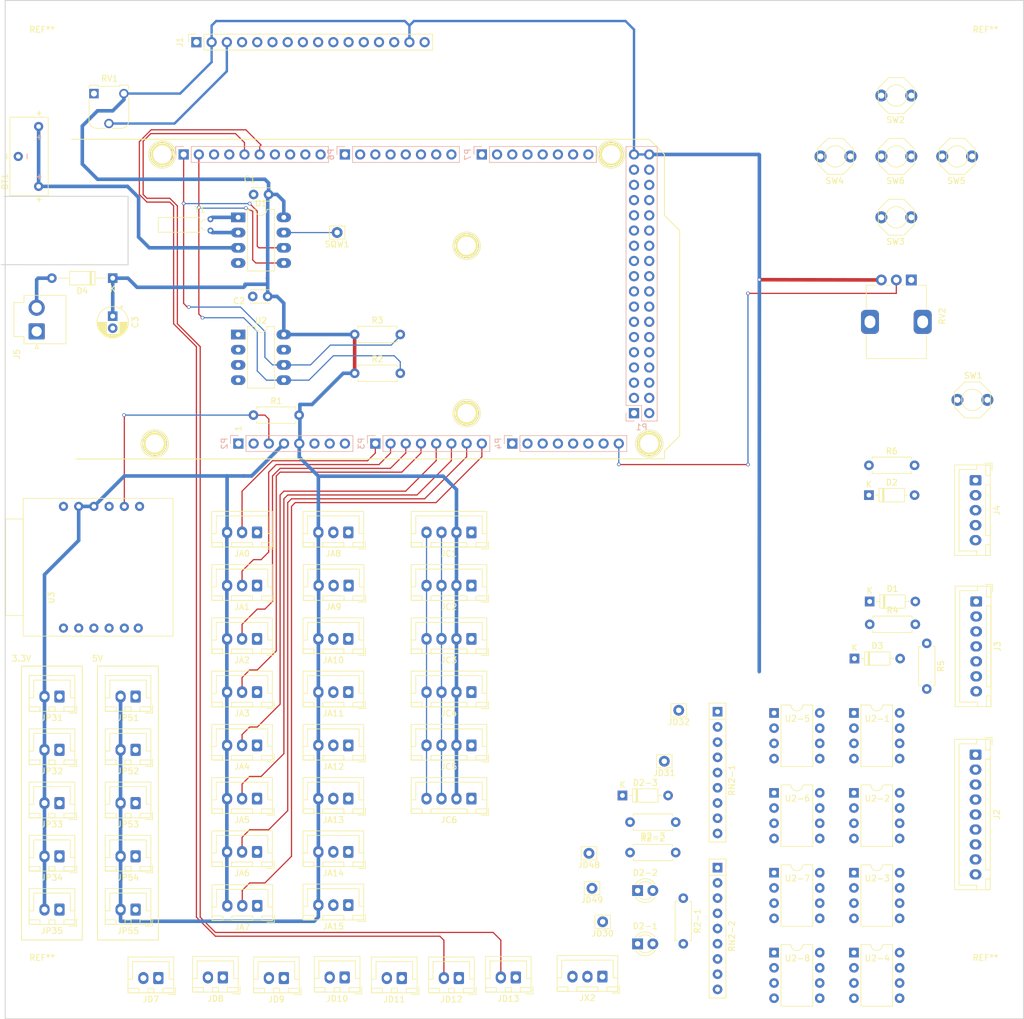
<source format=kicad_pcb>
(kicad_pcb (version 20211014) (generator pcbnew)
  (title_block (date "mar. 31 mars 2015"))
  (layers (0 "F.Cu" signal) (31 "B.Cu" signal) (34 "B.Paste" user) (35 "F.Paste" user) (36 "B.SilkS" user "B.Silkscreen") (37 "F.SilkS" user "F.Silkscreen") (38 "B.Mask" user) (39 "F.Mask" user) (44 "Edge.Cuts" user))
  (net 0 "")
  (net 1 "Net-(D1-Pad2)")
  (net 2 "/52(SCK)")
  (net 3 "/53(SS)")
  (net 4 "/50(MISO)")
  (net 5 "/51(MOSI)")
  (net 6 "/48")
  (net 7 "/49")
  (net 8 "/46")
  (net 9 "/47")
  (net 10 "/44")
  (net 11 "/45")
  (net 12 "/42")
  (net 13 "/43")
  (net 14 "/40")
  (net 15 "/41")
  (net 16 "/38")
  (net 17 "/39")
  (net 18 "/36")
  (net 19 "/37")
  (net 20 "/34")
  (net 21 "/35")
  (net 22 "/32")
  (net 23 "/33")
  (net 24 "/30")
  (net 25 "/31")
  (net 26 "/28")
  (net 27 "/29")
  (net 28 "/26")
  (net 29 "/27")
  (net 30 "/24")
  (net 31 "/25")
  (net 32 "/22")
  (net 33 "/23")
  (net 34 "+5V")
  (net 35 "/IOREF")
  (net 36 "/Reset")
  (net 37 "/Vin")
  (net 38 "/A0")
  (net 39 "/A1")
  (net 40 "/A2")
  (net 41 "/A3")
  (net 42 "/A4")
  (net 43 "/A5")
  (net 44 "/A6")
  (net 45 "/A7")
  (net 46 "/A8")
  (net 47 "/A9")
  (net 48 "/A10")
  (net 49 "/A11")
  (net 50 "/A12")
  (net 51 "/A13")
  (net 52 "/A14")
  (net 53 "/A15")
  (net 54 "Net-(D2-Pad2)")
  (net 55 "Net-(D3-Pad2)")
  (net 56 "/AREF")
  (net 57 "/13(**)")
  (net 58 "/12(**)")
  (net 59 "/11(**)")
  (net 60 "/10(**)")
  (net 61 "/9(**)")
  (net 62 "/8(**)")
  (net 63 "/7(**)")
  (net 64 "/6(**)")
  (net 65 "/5(**)")
  (net 66 "/4(**)")
  (net 67 "/3(**)")
  (net 68 "/2(**)")
  (net 69 "/20(SDA)")
  (net 70 "/21(SCL)")
  (net 71 "Net-(D4-Pad2)")
  (net 72 "SDA")
  (net 73 "/V0")
  (net 74 "SCL")
  (net 78 "+3V3")
  (net 81 "/14(Tx3)")
  (net 82 "/15(Rx3)")
  (net 83 "/16(Tx2)")
  (net 84 "/17(Rx2)")
  (net 85 "/18(Tx1)")
  (net 86 "/19(Rx1)")
  (net 91 "Net-(SQW1-Pad1)")
  (net 92 "Net-(U1-Pad1)")
  (net 93 "Net-(U1-Pad2)")
  (net 94 "Net-(BT1-Pad1)")
  (net 97 "Net-(D2-1-Pad2)")
  (net 98 "Net-(D2-2-Pad2)")
  (net 99 "Net-(D2-3-Pad2)")
  (net 100 "/Relay Manual Switch/OUTPUT1")
  (net 101 "/Relay Manual Switch/OUTPUT2")
  (net 102 "/Relay Manual Switch/OUTPUT3")
  (net 103 "/Relay Manual Switch/OUTPUT4")
  (net 104 "/Relay Manual Switch/OUTPUT5")
  (net 105 "/Relay Manual Switch/OUTPUT6")
  (net 106 "/Relay Manual Switch/OUTPUT7")
  (net 107 "/Relay Manual Switch/OUTPUT8")
  (net 108 "Net-(R2-1-Pad1)")
  (net 109 "Net-(R2-2-Pad1)")
  (net 110 "Net-(RN2-1-Pad2)")
  (net 111 "Net-(RN2-1-Pad3)")
  (net 112 "Net-(RN2-1-Pad4)")
  (net 113 "Net-(RN2-1-Pad5)")
  (net 114 "Net-(RN2-1-Pad6)")
  (net 115 "Net-(RN2-1-Pad7)")
  (net 116 "Net-(RN2-1-Pad8)")
  (net 117 "Net-(RN2-1-Pad9)")
  (net 118 "Net-(RN2-2-Pad2)")
  (net 119 "Net-(RN2-2-Pad3)")
  (net 120 "Net-(RN2-2-Pad4)")
  (net 121 "Net-(RN2-2-Pad5)")
  (net 122 "Net-(RN2-2-Pad6)")
  (net 123 "Net-(RN2-2-Pad7)")
  (net 124 "Net-(RN2-2-Pad8)")
  (net 125 "Net-(RN2-2-Pad9)")
  (net 126 "Net-(SW2-1-Pad1)")
  (net 127 "Net-(SW2-2-Pad1)")
  (net 128 "Net-(SW2-3-Pad1)")
  (net 129 "Net-(SW2-4-Pad1)")
  (net 130 "Net-(SW2-5-Pad1)")
  (net 131 "Net-(SW2-6-Pad1)")
  (net 132 "Net-(SW2-7-Pad1)")
  (net 133 "Net-(SW2-8-Pad1)")
  (net 134 "GND")
  (footprint "Socket_Arduino_Mega:Arduino_1pin" (layer "F.Cu") (at 114.96 113.97)
    (fp_text reference "P8" hide)
    (fp_text value "CONN_01X01" hide)
  )
  (footprint "Socket_Arduino_Mega:Arduino_1pin" (layer "F.Cu") (at 167.03 108.89)
    (fp_text reference "P9" hide)
    (fp_text value "CONN_01X01" hide)
  )
  (footprint "Socket_Arduino_Mega:Arduino_1pin" (layer "F.Cu") (at 197.51 113.97)
    (fp_text reference "P10" hide)
    (fp_text value "CONN_01X01" hide)
  )
  (footprint "Socket_Arduino_Mega:Arduino_1pin" (layer "F.Cu") (at 116.23 65.71)
    (fp_text reference "P11" hide)
    (fp_text value "CONN_01X01" hide)
  )
  (footprint "Socket_Arduino_Mega:Arduino_1pin" (layer "F.Cu") (at 167.03 80.95)
    (fp_text reference "P12" hide)
    (fp_text value "CONN_01X01" hide)
  )
  (footprint "Socket_Arduino_Mega:Arduino_1pin" (layer "F.Cu") (at 191.16 65.71)
    (fp_text reference "P13" hide)
    (fp_text value "CONN_01X01" hide)
  )
  (footprint "MountingHole:MountingHole_4.3mm_M4" (layer "F.Cu") (at 253.65 50.16)
    (fp_text reference "REF**")
    (fp_text value "MountingHole_4.3mm_M4" hide)
  )
  (footprint "Connector_JST:JST_XH_B3B-XH-A_1x03_P2.50mm_Vertical" (layer "F.Cu") (at 132.04 146.575 180)
    (fp_text reference "JA2")
    (fp_text value "Conn_01x03" hide)
  )
  (footprint "HOLLY:TVDT18-050" (layer "F.Cu") (at 238.76 66.04 180)
    (fp_text reference "SW6")
    (fp_text value "SW_ENTER")
  )
  (footprint "HOLLY:TVDT18-050" (layer "F.Cu") (at 251.46 106.68)
    (fp_text reference "SW1")
    (fp_text value "RESET")
  )
  (footprint "Connector_JST:JST_VH_B2P-VH_1x02_P3.96mm_Vertical" (layer "F.Cu") (at 95.25 95.25 90)
    (fp_text reference "J5")
    (fp_text value "POWER IN")
  )
  (footprint "Connector_JST:JST_XH_B3B-XH-A_1x03_P2.50mm_Vertical" (layer "F.Cu") (at 132.04 155.465 180)
    (fp_text reference "JA3")
    (fp_text value "Conn_01x03" hide)
  )
  (footprint "Connector_JST:JST_XH_B3B-XH-A_1x03_P2.50mm_Vertical" (layer "F.Cu") (at 147.28 191.025 180)
    (fp_text reference "JA15")
    (fp_text value "Conn_01x03" hide)
  )
  (footprint "Diode_THT:D_DO-35_SOD27_P7.62mm_Horizontal" (layer "F.Cu") (at 234.188 122.5804)
    (fp_text reference "D2")
    (fp_text value "1N4148")
  )
  (footprint "HOLLY:TVDT18-050" (layer "F.Cu") (at 238.76 55.88 180)
    (fp_text reference "SW2")
    (fp_text value "SW_A")
  )
  (footprint "Akizuki:CH74-2032LF" (layer "F.Cu") (at 93.98 66.04 90)
    (fp_text reference "BT1")
    (fp_text value "CR2032")
  )
  (footprint "Resistor_THT:R_Axial_DIN0207_L6.3mm_D2.5mm_P7.62mm_Horizontal" (layer "F.Cu") (at 203.2 189.865 -90)
    (fp_text reference "R2-1")
    (fp_text value "510")
  )
  (footprint "Connector_JST:JST_XH_B2B-XH-A_1x02_P2.50mm_Vertical" (layer "F.Cu") (at 99.06 173.99 180)
    (fp_text reference "JP33")
    (fp_text value "Conn_01x02" hide)
  )
  (footprint "Connector_JST:JST_XH_B5B-XH-A_1x05_P2.50mm_Vertical" (layer "F.Cu") (at 251.985 120.095 -90)
    (fp_text reference "J4")
    (fp_text value "GPS")
  )
  (footprint "Connector_JST:JST_XH_B3B-XH-A_1x03_P2.50mm_Vertical" (layer "F.Cu") (at 189.698 202.963 180)
    (fp_text reference "JX2")
    (fp_text value "Conn_01x03" hide)
  )
  (footprint "Resistor_THT:R_Array_SIP9" (layer "F.Cu") (at 208.915 184.77 -90)
    (fp_text reference "RN2-2")
    (fp_text value "2.2k")
  )
  (footprint "Connector_JST:JST_XH_B4B-XH-A_1x04_P2.50mm_Vertical" (layer "F.Cu") (at 167.834 164.355 180)
    (fp_text reference "JC5")
    (fp_text value "Conn_01x04" hide)
  )
  (footprint "HOLLY:TVDT18-050" (layer "F.Cu") (at 248.92 66.04 180)
    (fp_text reference "SW5")
    (fp_text value "SW_D")
  )
  (footprint "Connector_JST:JST_XH_B2B-XH-A_1x02_P2.50mm_Vertical" (layer "F.Cu") (at 111.76 182.88 180)
    (fp_text reference "JP54")
    (fp_text value "Conn_01x02" hide)
  )
  (footprint "Akizuki:TLP222A-2" (layer "F.Cu") (at 222.25 162.56)
    (fp_text reference "U2-5")
    (fp_text value "TLP222G-2")
  )
  (footprint "Resistor_THT:R_Axial_DIN0207_L6.3mm_D2.5mm_P7.62mm_Horizontal" (layer "F.Cu") (at 194.31 182.245)
    (fp_text reference "R2-2")
    (fp_text value "510")
  )
  (footprint "Resistor_THT:R_Axial_DIN0207_L6.3mm_D2.5mm_P7.62mm_Horizontal" (layer "F.Cu") (at 148.336 102.235)
    (fp_text reference "R2")
    (fp_text value "10k")
  )
  (footprint "Resistor_THT:R_Axial_DIN0207_L6.3mm_D2.5mm_P7.62mm_Horizontal" (layer "F.Cu") (at 234.188 117.602)
    (fp_text reference "R6")
    (fp_text value "10k")
  )
  (footprint "Akizuki:TLP222A-2" (layer "F.Cu") (at 222.25 189.23)
    (fp_text reference "U2-7")
    (fp_text value "TLP222G-2")
  )
  (footprint "Connector_JST:JST_XH_B2B-XH-A_1x02_P2.50mm_Vertical" (layer "F.Cu") (at 126.345 203.09 180)
    (fp_text reference "JD8")
    (fp_text value "Conn_01x02" hide)
  )
  (footprint "Connector_JST:JST_XH_B4B-XH-A_1x04_P2.50mm_Vertical" (layer "F.Cu") (at 167.834 128.795 180)
    (fp_text reference "JC1")
    (fp_text value "Conn_01x04" hide)
  )
  (footprint "Connector_JST:JST_XH_B2B-XH-A_1x02_P2.50mm_Vertical" (layer "F.Cu") (at 146.665 203.09 180)
    (fp_text reference "JD10")
    (fp_text value "Conn_01x02" hide)
  )
  (footprint "Resistor_THT:R_Axial_DIN0207_L6.3mm_D2.5mm_P7.62mm_Horizontal" (layer "F.Cu") (at 131.445 109.22)
    (fp_text reference "R1")
    (fp_text value "10k")
  )
  (footprint "Connector_JST:JST_XH_B3B-XH-A_1x03_P2.50mm_Vertical" (layer "F.Cu") (at 147.28 182.135 180)
    (fp_text reference "JA14")
    (fp_text value "Conn_01x03" hide)
  )
  (footprint "Resistor_THT:R_Axial_DIN0207_L6.3mm_D2.5mm_P7.62mm_Horizontal" (layer "F.Cu") (at 148.336 95.758)
    (fp_text reference "R3")
    (fp_text value "10k")
  )
  (footprint "MountingHole:MountingHole_4.3mm_M4" (layer "F.Cu") (at 96.17 50.16)
    (fp_text reference "REF**")
    (fp_text value "MountingHole_4.3mm_M4" hide)
  )
  (footprint "Connector_JST:JST_XH_B2B-XH-A_1x02_P2.50mm_Vertical" (layer "F.Cu") (at 136.525 203.2 180)
    (fp_text reference "JD9")
    (fp_text value "Conn_01x02" hide)
  )
  (footprint "Connector_JST:JST_XH_B3B-XH-A_1x03_P2.50mm_Vertical" (layer "F.Cu") (at 147.32 137.685 180)
    (fp_text reference "JA9")
    (fp_text value "Conn_01x03" hide)
  )
  (footprint "Akizuki:TLP222A-2" (layer "F.Cu") (at 222.25 202.565)
    (fp_text reference "U2-8")
    (fp_text value "TLP222G-2")
  )
  (footprint "Resistor_THT:R_Axial_DIN0207_L6.3mm_D2.5mm_P7.62mm_Horizontal" (layer "F.Cu") (at 234.315 144.145)
    (fp_text reference "R4")
    (fp_text value "10k")
  )
  (footprint "Akizuki:TLP222A-2" (layer "F.Cu") (at 235.585 202.565)
    (fp_text reference "U2-4")
    (fp_text value "TLP222G-2")
  )
  (footprint "MountingHole:MountingHole_4.3mm_M4" (layer "F.Cu") (at 253.65 205.1)
    (fp_text reference "REF**")
    (fp_text value "MountingHole_4.3mm_M4" hide)
  )
  (footprint "Capacitor_THT:CP_Radial_D5.0mm_P2.00mm" (layer "F.Cu") (at 107.95 92.71 -90)
    (fp_text reference "C3")
    (fp_text value "100u/25V")
  )
  (footprint "Akizuki:TLP222A-2" (layer "F.Cu") (at 235.585 175.895)
    (fp_text reference "U2-2")
    (fp_text value "TLP222G-2")
  )
  (footprint "Connector_JST:JST_XH_B7B-XH-A_1x07_P2.50mm_Vertical" (layer "F.Cu") (at 252.095 140.335 -90)
    (fp_text reference "J3")
    (fp_text value "iM920")
  )
  (footprint "Capacitor_THT:C_Disc_D3.0mm_W2.0mm_P2.50mm" (layer "F.Cu") (at 131.318 89.408)
    (fp_text reference "C2")
    (fp_text value "0.1uF")
  )
  (footprint "Connector_JST:JST_XH_B3B-XH-A_1x03_P2.50mm_Vertical" (layer "F.Cu") (at 147.28 128.795 180)
    (fp_text reference "JA8")
    (fp_text value "Conn_01x03" hide)
  )
  (footprint "Connector_JST:JST_XH_B3B-XH-A_1x03_P2.50mm_Vertical" (layer "F.Cu") (at 132.04 128.795 180)
    (fp_text reference "JA0")
    (fp_text value "Conn_01x03" hide)
  )
  (footprint "Connector_JST:JST_XH_B2B-XH-A_1x02_P2.50mm_Vertical" (layer "F.Cu") (at 99.06 165.1 180)
    (fp_text reference "JP32")
    (fp_text value "Conn_01x02" hide)
  )
  (footprint "Connector_JST:JST_XH_B3B-XH-A_1x03_P2.50mm_Vertical" (layer "F.Cu") (at 132.08 191.135 180)
    (fp_text reference "JA7")
    (fp_text value "Conn_01x03" hide)
  )
  (footprint "Connector_Pin:Pin_D0.9mm_L10.0mm_W2.4mm_FlatFork" (layer "F.Cu") (at 187.96 188.214)
    (fp_text reference "JD49")
    (fp_text value "Conn_01x01" hide)
  )
  (footprint "Connector_JST:JST_XH_B2B-XH-A_1x02_P2.50mm_Vertical" (layer "F.Cu") (at 99.06 182.88 180)
    (fp_text reference "JP34")
    (fp_text value "Conn_01x02" hide)
  )
  (footprint "Diode_THT:D_DO-35_SOD27_P7.62mm_Horizontal" (layer "F.Cu") (at 234.315 140.335)
    (fp_text reference "D1")
    (fp_text value "1N4148")
  )
  (footprint "Akizuki:TLP222A-2" (layer "F.Cu") (at 235.585 189.23)
    (fp_text reference "U2-3")
    (fp_text value "TLP222G-2")
  )
  (footprint "Resistor_THT:R_Axial_DIN0207_L6.3mm_D2.5mm_P7.62mm_Horizontal" (layer "F.Cu") (at 201.93 177.165 180)
    (fp_text reference "R2-3")
    (fp_text value "510")
  )
  (footprint "Connector_JST:JST_XH_B2B-XH-A_1x02_P2.50mm_Vertical" (layer "F.Cu") (at 165.735 203.2 180)
    (fp_text reference "JD12")
    (fp_text value "Conn_01x02" hide)
  )
  (footprint "Crystal:Crystal_C26-LF_D2.1mm_L6.5mm_Horizontal" (layer "F.Cu") (at 124.265 76.52 -90)
    (fp_text reference "Y1")
    (fp_text value "32.768kHz")
  )
  (footprint "Connector_PinSocket_2.54mm:PinSocket_1x16_P2.54mm_Vertical" (layer "F.Cu") (at 121.92 46.965 90)
    (fp_text reference "J1")
    (fp_text value "LCD 2004")
  )
  (footprint "Connector_JST:JST_XH_B3B-XH-A_1x03_P2.50mm_Vertical" (layer "F.Cu") (at 132.04 164.355 180)
    (fp_text reference "JA4")
    (fp_text value "Conn_01x03" hide)
  )
  (footprint "Connector_JST:JST_XH_B4B-XH-A_1x04_P2.50mm_Vertical" (layer "F.Cu") (at 167.834 146.575 180)
    (fp_text reference "JC3")
    (fp_text value "Conn_01x04" hide)
  )
  (footprint "Connector_Pin:Pin_D0.9mm_L10.0mm_W2.4mm_FlatFork" (layer "F.Cu") (at 189.738 193.802)
    (fp_text reference "JD30")
    (fp_text value "Conn_01x01" hide)
  )
  (footprint "LED_THT:LED_D3.0mm" (layer "F.Cu") (at 195.575 197.485)
    (fp_text reference "D2-1")
    (fp_text value "LED")
  )
  (footprint "Diode_THT:D_DO-35_SOD27_P10.16mm_Horizontal" (layer "F.Cu") (at 107.95 86.36 180)
    (fp_text reference "D4")
    (fp_text value "D")
  )
  (footprint "NIC:W5500" (layer "F.Cu") (at 118.015 134.62 90)
    (fp_text reference "U3")
    (fp_text value "W5500")
  )
  (footprint "MountingHole:MountingHole_4.3mm_M4" (layer "F.Cu") (at 96.17 205.1)
    (fp_text reference "REF**")
    (fp_text value "MountingHole_4.3mm_M4" hide)
  )
  (footprint "Potentiometer_THT:Potentiometer_Runtron_RM-065_Vertical" (layer "F.Cu") (at 104.815 55.545)
    (fp_text reference "RV1")
    (fp_text value "B10k")
  )
  (footprint "Connector_Pin:Pin_D0.9mm_L10.0mm_W2.4mm_FlatFork" (layer "F.Cu") (at 187.452 182.372)
    (fp_text reference "JD48")
    (fp_text value "Conn_01x01" hide)
  )
  (footprint "Potentiometer_THT:Potentiometer_Alps_RK09K_Single_Vertical" (layer "F.Cu") (at 241.26 86.66 -90)
    (fp_text reference "RV2")
    (fp_text value "B10k")
  )
  (footprint "Akizuki:TLP222A-2" (layer "F.Cu") (at 235.585 162.56)
    (fp_text reference "U2-1")
    (fp_text value "TLP222G-2")
  )
  (footprint "Connector_JST:JST_XH_B2B-XH-A_1x02_P2.50mm_Vertical" (layer "F.Cu") (at 111.76 173.99 180)
    (fp_text reference "JP53")
    (fp_text value "Conn_01x02" hide)
  )
  (footprint "Connector_Pin:Pin_D0.9mm_L10.0mm_W2.4mm_FlatFork" (layer "F.Cu") (at 145.415 78.74)
    (fp_text reference "SQW1")
    (fp_text value "Conn_01x01" hide)
  )
  (footprint "Connector_JST:JST_XH_B4B-XH-A_1x04_P2.50mm_Vertical" (layer "F.Cu") (at 167.834 173.245 180)
    (fp_text reference "JC6")
    (fp_text value "Conn_01x04" hide)
  )
  (footprint "Connector_JST:JST_XH_B3B-XH-A_1x03_P2.50mm_Vertical" (layer "F.Cu") (at 132.04 173.245 180)
    (fp_text reference "JA5")
    (fp_text value "Conn_01x03" hide)
  )
  (footprint "Capacitor_THT:C_Disc_D3.0mm_W2.0mm_P2.50mm" (layer "F.Cu") (at 133.965 72.39 180)
    (fp_text reference "C1")
    (fp_text value "0.1uF")
  )
  (footprint "HOLLY:TVDT18-050" (layer "F.Cu") (at 228.6 66.04 180)
    (fp_text reference "SW4")
    (fp_text value "SW_C")
  )
  (footprint "Connector_JST:JST_XH_B2B-XH-A_1x02_P2.50mm_Vertical" (layer "F.Cu") (at 111.76 156.21 180)
    (fp_text reference "JP51")
    (fp_text value "Conn_01x02" hide)
  )
  (footprint "Connector_Pin:Pin_D0.9mm_L10.0mm_W2.4mm_FlatFork" (layer "F.Cu") (at 200.025 167.005)
    (fp_text reference "JD31")
    (fp_text value "Conn_01x01" hide)
  )
  (footprint "Connector_JST:JST_XH_B4B-XH-A_1x04_P2.50mm_Vertical" (layer "F.Cu") (at 167.834 137.685 180)
    (fp_text reference "JC2")
    (fp_text value "Conn_01x04" hide)
  )
  (footprint "Connector_JST:JST_XH_B2B-XH-A_1x02_P2.50mm_Vertical" (layer "F.Cu") (at 111.76 165.1 180)
    (fp_text reference "JP52")
    (fp_text value "Conn_01x02" hide)
  )
  (footprint "Connector_JST:JST_XH_B2B-XH-A_1x02_P2.50mm_Vertical" (layer "F.Cu") (at 99.06 191.77 180)
    (fp_text reference "JP35")
    (fp_text value "Conn_01x02" hide)
  )
  (footprint "Connector_JST:JST_XH_B2B-XH-A_1x02_P2.50mm_Vertical" (layer "F.Cu") (at 156.21 203.2 180)
    (fp_text reference "JD11")
    (fp_text value "Conn_01x02" hide)
  )
  (footprint "Resistor_THT:R_Array_SIP9" (layer "F.Cu") (at 208.915 158.735 -90)
    (fp_text reference "RN2-1")
    (fp_text value "2.2k")
  )
  (footprint "Package_DIP:DIP-8_W7.62mm_LongPads" (layer "F.Cu") (at 128.89 95.768)
    (fp_text reference "U2")
    (fp_text value "24LC256")
  )
  (footprint "Connector_JST:JST_XH_B2B-XH-A_1x02_P2.50mm_Vertical" (layer "F.Cu") (at 115.57 203.2 180)
    (fp_text reference "JD7")
    (fp_text value "Conn_01x02" hide)
  )
  (footprint "Resistor_THT:R_Axial_DIN0207_L6.3mm_D2.5mm_P7.62mm_Horizontal" (layer "F.Cu") (at 243.84 147.32 -90)
    (fp_text reference "R5")
    (fp_text value "10k")
  )
  (footprint "Diode_THT:D_DO-35_SOD27_P7.62mm_Horizontal" (layer "F.Cu") (at 231.775 149.86)
    (fp_text reference "D3")
    (fp_text value "1N4148")
  )
  (footprint "Connector_JST:JST_XH_B2B-XH-A_1x02_P2.50mm_Vertical" (layer "F.Cu") (at 111.76 191.77 180)
    (fp_text reference "JP55")
    (fp_text value "Conn_01x02" hide)
  )
  (footprint "Connector_JST:JST_XH_B3B-XH-A_1x03_P2.50mm_Vertical" (layer "F.Cu") (at 147.28 155.465 180)
    (fp_text reference "JA11")
    (fp_text value "Conn_01x03" hide)
  )
  (footprint "LED_THT:LED_D3.0mm" (layer "F.Cu") (at 195.575 188.595)
    (fp_text reference "D2-2")
    (fp_text value "LED")
  )
  (footprint "Connector_JST:JST_XH_B3B-XH-A_1x03_P2.50mm_Vertical" (layer "F.Cu") (at 132.04 182.135 180)
    (fp_text reference "JA6")
    (fp_text value "Conn_01x03" hide)
  )
  (footprint "Connector_JST:JST_XH_B3B-XH-A_1x03_P2.50mm_Vertical" (layer "F.Cu") (at 147.28 146.575 180)
    (fp_text reference "JA10")
    (fp_text value "Conn_01x03" hide)
  )
  (footprint "Diode_THT:D_DO-35_SOD27_P7.62mm_Horizontal" (layer "F.Cu") (at 193.04 172.72)
    (fp_text reference "D2-3")
    (fp_text value "1N4148")
  )
  (footprint "Package_DIP:DIP-8_W7.62mm_LongPads" (layer "F.Cu") (at 128.89 76.21)
    (fp_text reference "U1")
    (fp_text value "DS1307+")
  )
  (footprint "Connector_Pin:Pin_D0.9mm_L10.0mm_W2.4mm_FlatFork" (layer "F.Cu") (at 202.438 158.496)
    (fp_text reference "JD32")
    (fp_text value "Conn_01x01" hide)
  )
  (footprint "Connector_JST:JST_XH_B3B-XH-A_1x03_P2.50mm_Vertical" (layer "F.Cu") (at 147.28 173.245 180)
    (fp_text reference "JA13")
    (fp_text value "Conn_01x03" hide)
  )
  (footprint "Connector_JST:JST_XH_B9B-XH-A_1x09_P2.50mm_Vertical" (layer "F.Cu") (at 251.985 165.895 -90)
    (fp_text reference "J2")
    (fp_text value "Relay OUT")
  )
  (footprint "Connector_JST:JST_XH_B4B-XH-A_1x04_P2.50mm_Vertical" (layer "F.Cu") (at 167.834 155.465 180)
    (fp_text reference "JC4")
    (fp_text value "Conn_01x04" hide)
  )
  (footprint "Connector_JST:JST_XH_B2B-XH-A_1x02_P2.50mm_Vertical" (layer "F.Cu") (at 175.24 203.09 180)
    (fp_text reference "JD13")
    (fp_text value "Conn_01x02" hide)
  )
  (footprint "Connector_JST:JST_XH_B3B-XH-A_1x03_P2.50mm_Vertical" (layer "F.Cu") (at 147.28 164.355 180)
    (fp_text reference "JA12")
    (fp_text value "Conn_01x03" hide)
  )
  (footprint "Connector_JST:JST_XH_B2B-XH-A_1x02_P2.50mm_Vertical" (layer "F.Cu") (at 99.06 156.21 180)
    (fp_text reference "JP31")
    (fp_text value "Conn_01x02" hide)
  )
  (footprint "Connector_JST:JST_XH_B3B-XH-A_1x03_P2.50mm_Vertical" (layer "F.Cu") (at 132.04 137.685 180)
    (fp_text reference "JA1")
    (fp_text value "Conn_01x03" hide)
  )
  (footprint "HOLLY:TVDT18-050" (layer "F.Cu") (at 238.76 76.2 180)
    (fp_text reference "SW3")
    (fp_text value "SW_B")
  )
  (footprint "Akizuki:TLP222A-2" (layer "F.Cu") (at 222.25 175.895)
    (fp_text reference "U2-6")
    (fp_text value "TLP222G-2")
  )
  (footprint "Connector_PinHeader_2.54mm:PinHeader_2x18_P2.54mm_Vertical" (layer "B.Cu") (at 194.97 108.89)
    (fp_text reference "P1")
    (fp_text value "Digital")
  )
  (footprint "Connector_PinHeader_2.54mm:PinHeader_1x08_P2.54mm_Vertical" (layer "B.Cu") (at 128.93 113.97 -90)
    (fp_text reference "P2")
    (fp_text value "Power")
  )
  (footprint "Connector_PinHeader_2.54mm:PinHeader_1x08_P2.54mm_Vertical" (layer "B.Cu") (at 151.79 113.97 -90)
    (fp_text reference "P3")
    (fp_text value "Analog")
  )
  (footprint "Connector_PinHeader_2.54mm:PinHeader_1x08_P2.54mm_Vertical" (layer "B.Cu") (at 174.65 113.97 -90)
    (fp_text reference "P4")
    (fp_text value "Analog")
  )
  (footprint "Connector_PinHeader_2.54mm:PinHeader_1x10_P2.54mm_Vertical" (layer "B.Cu") (at 119.786 65.71 -90)
    (fp_text reference "P5")
    (fp_text value "PWM")
  )
  (footprint "Connector_PinHeader_2.54mm:PinHeader_1x08_P2.54mm_Vertical" (layer "B.Cu") (at 146.71 65.71 -90)
    (fp_text reference "P6")
    (fp_text value "PWM")
  )
  (footprint "Connector_PinHeader_2.54mm:PinHeader_1x08_P2.54mm_Vertical" (layer "B.Cu") (at 169.57 65.71 -90)
    (fp_text reference "P7")
    (fp_text value "Communication")
  )
  (gr_line (start 200.05 75.87) (end 202.59 78.41) (layer "F.SilkS") (width 0.15))
  (gr_rect (start 105.41 151.13) (end 115.57 196.85) (layer "F.SilkS") (width 0.15) (fill none))
  (gr_line (start 202.59 78.41) (end 202.59 112.7) (layer "F.SilkS") (width 0.15))
  (gr_line (start 200.05 116.51) (end 101.77 116.54) (layer "F.SilkS") (width 0.15))
  (gr_line (start 100.99 63.17) (end 197.51 63.17) (layer "F.SilkS") (width 0.15))
  (gr_rect (start 92.73 151.13) (end 102.87 196.85) (layer "F.SilkS") (width 0.15) (fill none))
  (gr_line (start 202.59 112.7) (end 200.05 115.24) (layer "F.SilkS") (width 0.15))
  (gr_line (start 197.51 63.17) (end 200.05 65.71) (layer "F.SilkS") (width 0.15))
  (gr_line (start 200.05 65.71) (end 200.05 75.87) (layer "F.SilkS") (width 0.15))
  (gr_line (start 200.05 115.24) (end 200.05 116.51) (layer "F.SilkS") (width 0.15))
  (gr_rect (start 90 40) (end 260 210) (layer "Edge.Cuts") (width 0.15) (fill none))
  (gr_line (start 110.515 72.695) (end 110.515 84.125) (layer "Edge.Cuts") (width 0.15))
  (gr_line (start 89.82 72.7) (end 110.515 72.695) (layer "Edge.Cuts") (width 0.15))
  (gr_line (start 110.515 84.125) (end 89.33 84.11) (layer "Edge.Cuts") (width 0.15))
  (gr_text "5V" (at 105.41 149.86) (layer "F.SilkS") (effects (font (size 1 1))))
  (gr_text "3.3V" (at 92.71 149.86) (layer "F.SilkS") (effects (font (size 1 1))))
  (gr_text "1" (at 128.93 111.43 90) (layer "F.SilkS") (effects (font (size 1 1))))
  (segment (start 215.9 86.614) (end 236.26 86.66) (width 0.6) (layer "F.Cu") (net 34))
  (segment (start 148.336 95.758) (end 148.336 102.235) (width 0.6) (layer "F.Cu") (net 34))
  (via (at 215.9 86.614) (size 0.6) (drill 0.4) (layers "F.Cu" "B.Cu") (net 34))
  (segment (start 133.778 87.376) (end 133.818 87.336) (width 0.6) (layer "B.Cu") (net 34))
  (segment (start 142.28 119.42) (end 163.108 119.42) (width 0.6) (layer "B.Cu") (net 34))
  (segment (start 142.28 182.135) (end 142.28 191.025) (width 0.6) (layer "B.Cu") (net 34))
  (segment (start 148.336 102.235) (end 146.431 102.235) (width 0.6) (layer "B.Cu") (net 34))
  (segment (start 142.32 137.685) (end 142.32 146.535) (width 0.6) (layer "B.Cu") (net 34))
  (segment (start 109.26 191.77) (end 109.26 193.715) (width 0.6) (layer "B.Cu") (net 34))
  (segment (start 102.87 60.96) (end 105.41 58.42) (width 0.6) (layer "B.Cu") (net 34))
  (segment (start 133.818 89.408) (end 133.818 87.336) (width 0.6) (layer "B.Cu") (net 34))
  (segment (start 109.26 193.715) (end 141.565 193.715) (width 0.6) (layer "B.Cu") (net 34))
  (segment (start 133.818 86.4) (end 133.818 72.537) (width 0.6) (layer "B.Cu") (net 34))
  (segment (start 133.965 72.39) (end 133.965 70.465) (width 0.6) (layer "B.Cu") (net 34))
  (segment (start 109.26 156.21) (end 109.26 165.1) (width 0.6) (layer "B.Cu") (net 34))
  (segment (start 165.334 155.465) (end 165.334 164.355) (width 0.6) (layer "B.Cu") (net 34))
  (segment (start 157.48 44.196) (end 158.242 43.434) (width 0.4) (layer "B.Cu") (net 34))
  (segment (start 107.95 58.42) (end 109.815 56.555) (width 0.6) (layer "B.Cu") (net 34))
  (segment (start 139.192 113.868) (end 139.09 113.97) (width 0.6) (layer "B.Cu") (net 34))
  (segment (start 125.222 43.434) (end 156.718 43.434) (width 0.4) (layer "B.Cu") (net 34))
  (segment (start 133.35 69.85) (end 105.41 69.85) (width 0.6) (layer "B.Cu") (net 34))
  (segment (start 109.26 182.88) (end 109.26 186.65) (width 0.6) (layer "B.Cu") (net 34))
  (segment (start 133.965 72.39) (end 135.382 72.39) (width 0.6) (layer "B.Cu") (net 34))
  (segment (start 165.334 146.575) (end 165.334 155.465) (width 0.6) (layer "B.Cu") (net 34))
  (segment (start 142.28 119.42) (end 142.28 128.795) (width 0.6) (layer "B.Cu") (net 34))
  (segment (start 194.97 44.856) (end 194.97 65.71) (width 0.4) (layer "B.Cu") (net 34))
  (segment (start 119.207 55.545) (end 124.46 50.292) (width 0.4) (layer "B.Cu") (net 34))
  (segment (start 142.28 128.795) (end 142.28 137.645) (width 0.6) (layer "B.Cu") (net 34))
  (segment (start 142.28 155.465) (end 142.28 164.355) (width 0.6) (layer "B.Cu") (net 34))
  (segment (start 142.28 146.575) (end 142.28 155.465) (width 0.6) (layer "B.Cu") (net 34))
  (segment (start 105.41 58.42) (end 107.95 58.42) (width 0.6) (layer "B.Cu") (net 34))
  (segment (start 139.09 113.97) (end 139.09 116.23) (width 0.6) (layer "B.Cu") (net 34))
  (segment (start 107.95 86.36) (end 107.95 92.71) (width 0.6) (layer "B.Cu") (net 34))
  (segment (start 130.048 87.376) (end 133.778 87.376) (width 0.6) (layer "B.Cu") (net 34))
  (segment (start 136.51 90.536) (end 136.51 95.768) (width 0.6) (layer "B.Cu") (net 34))
  (segment (start 129.794 87.884) (end 130.048 87.63) (width 0.6) (layer "B.Cu") (net 34))
  (segment (start 141.224 107.442) (end 139.192 107.442) (width 0.6) (layer "B.Cu") (net 34))
  (segment (start 156.718 43.434) (end 157.48 44.196) (width 0.4) (layer "B.Cu") (net 34))
  (segment (start 109.815 55.545) (end 119.207 55.545) (width 0.4) (layer "B.Cu") (net 34))
  (segment (start 139.09 116.23) (end 142.28 119.42) (width 0.6) (layer "B.Cu") (net 34))
  (segment (start 142.28 137.645) (end 142.32 137.685) (width 0.6) (layer "B.Cu") (net 34))
  (segment (start 136.51 95.768) (end 148.326 95.768) (width 0.6) (layer "B.Cu") (net 34))
  (segment (start 165.334 121.646) (end 165.334 128.795) (width 0.6) (layer "B.Cu") (net 34))
  (segment (start 124.46 46.965) (end 124.46 44.196) (width 0.4) (layer "B.Cu") (net 34))
  (segment (start 107.95 86.36) (end 110.49 86.36) (width 0.6) (layer "B.Cu") (net 34))
  (segment (start 165.334 164.355) (end 165.334 173.245) (width 0.6) (layer "B.Cu") (net 34))
  (segment (start 133.818 89.408) (end 135.382 89.408) (width 0.6) (layer "B.Cu") (net 34))
  (segment (start 215.824 65.71) (end 215.9 65.786) (width 0.6) (layer "B.Cu") (net 34))
  (segment (start 193.548 43.434) (end 194.97 44.856) (width 0.4) (layer "B.Cu") (net 34))
  (segment (start 165.334 137.685) (end 165.334 146.575) (width 0.6) (layer "B.Cu") (net 34))
  (segment (start 133.818 87.336) (end 133.818 86.4) (width 0.6) (layer "B.Cu") (net 34))
  (segment (start 133.965 70.465) (end 133.35 69.85) (width 0.6) (layer "B.Cu") (net 34))
  (segment (start 142.28 193) (end 142.28 191.025) (width 0.6) (layer "B.Cu") (net 34))
  (segment (start 142.28 164.355) (end 142.28 173.245) (width 0.6) (layer "B.Cu") (net 34))
  (segment (start 110.49 86.36) (end 112.014 87.884) (width 0.6) (layer "B.Cu") (net 34))
  (segment (start 141.565 193.715) (end 142.28 193) (width 0.6) (layer "B.Cu") (net 34))
  (segment (start 124.46 44.196) (end 125.222 43.434) (width 0.4) (layer "B.Cu") (net 34))
  (segment (start 109.26 165.1) (end 109.26 173.99) (width 0.6) (layer "B.Cu") (net 34))
  (segment (start 109.26 173.99) (end 109.26 182.88) (width 0.6) (layer "B.Cu") (net 34))
  (segment (start 109.815 56.555) (end 109.815 55.545) (width 0.6) (layer "B.Cu") (net 34))
  (segment (start 215.9 65.786) (end 215.9 86.614) (width 0.6) (layer "B.Cu") (net 34))
  (segment (start 163.108 119.42) (end 165.334 121.646) (width 0.6) (layer "B.Cu") (net 34))
  (segment (start 165.334 128.795) (end 165.334 137.685) (width 0.6) (layer "B.Cu") (net 34))
  (segment (start 124.46 50.292) (end 124.46 46.965) (width 0.4) (layer "B.Cu") (net 34))
  (segment (start 109.26 186.65) (end 109.26 191.77) (width 0.6) (layer "B.Cu") (net 34))
  (segment (start 194.97 65.71) (end 197.51 65.71) (width 0.4) (layer "B.Cu") (net 34))
  (segment (start 139.192 107.442) (end 139.192 113.868) (width 0.6) (layer "B.Cu") (net 34))
  (segment (start 136.51 73.518) (end 136.51 76.21) (width 0.6) (layer "B.Cu") (net 34))
  (segment (start 142.28 173.245) (end 142.28 182.135) (width 0.6) (layer "B.Cu") (net 34))
  (segment (start 130.048 87.63) (end 130.048 87.376) (width 0.6) (layer "B.Cu") (net 34))
  (segment (start 105.41 69.85) (end 102.87 67.31) (width 0.6) (layer "B.Cu") (net 34))
  (segment (start 133.818 72.537) (end 133.965 72.39) (width 0.6) (layer "B.Cu") (net 34))
  (segment (start 146.431 102.235) (end 141.224 107.442) (width 0.6) (layer "B.Cu") (net 34))
  (segment (start 157.48 44.196) (end 157.48 46.965) (width 0.4) (layer "B.Cu") (net 34))
  (segment (start 158.242 43.434) (end 193.548 43.434) (width 0.4) (layer "B.Cu") (net 34))
  (segment (start 133.778 86.36) (end 133.818 86.4) (width 0.6) (layer "B.Cu") (net 34))
  (segment (start 142.32 146.535) (end 142.28 146.575) (width 0.6) (layer "B.Cu") (net 34))
  (segment (start 135.382 72.39) (end 136.51 73.518) (width 0.6) (layer "B.Cu") (net 34))
  (segment (start 215.88 152.043) (end 215.9 86.614) (width 0.6) (layer "B.Cu") (net 34))
  (segment (start 135.382 89.408) (end 136.51 90.536) (width 0.6) (layer "B.Cu") (net 34))
  (segment (start 102.87 67.31) (end 102.87 60.96) (width 0.6) (layer "B.Cu") (net 34))
  (segment (start 112.014 87.884) (end 129.794 87.884) (width 0.6) (layer "B.Cu") (net 34))
  (segment (start 197.51 65.71) (end 215.824 65.71) (width 0.6) (layer "B.Cu") (net 34))
  (segment (start 148.326 95.768) (end 148.336 95.758) (width 0.6) (layer "B.Cu") (net 34))
  (segment (start 109.887 109.22) (end 109.887 124.46) (width 0.2) (layer "F.Cu") (net 36))
  (segment (start 133.35 109.22) (end 134.01 109.88) (width 0.2) (layer "F.Cu") (net 36))
  (segment (start 134.01 109.88) (end 134.01 113.97) (width 0.2) (layer "F.Cu") (net 36))
  (segment (start 131.445 109.22) (end 133.35 109.22) (width 0.2) (layer "F.Cu") (net 36))
  (via (at 109.855 109.22) (size 0.6) (drill 0.4) (layers "F.Cu" "B.Cu") (net 36))
  (segment (start 109.855 109.22) (end 131.445 109.22) (width 0.2) (layer "B.Cu") (net 36))
  (segment (start 129.54 121.92) (end 129.54 128.795) (width 0.2) (layer "F.Cu") (net 38))
  (segment (start 134.62 116.84) (end 129.54 121.92) (width 0.2) (layer "F.Cu") (net 38))
  (segment (start 151.79 115.545) (end 150.495 116.84) (width 0.2) (layer "F.Cu") (net 38))
  (segment (start 150.495 116.84) (end 134.62 116.84) (width 0.2) (layer "F.Cu") (net 38))
  (segment (start 151.79 113.97) (end 151.79 115.545) (width 0.2) (layer "F.Cu") (net 38))
  (segment (start 129.54 128.835) (end 129.58 128.795) (width 0.6) (layer "B.Cu") (net 38))
  (segment (start 129.54 137.685) (end 129.54 135.255) (width 0.2) (layer "F.Cu") (net 39))
  (segment (start 154.33 115.545) (end 154.33 113.97) (width 0.2) (layer "F.Cu") (net 39))
  (segment (start 133.985 118.745) (end 135.255 117.475) (width 0.2) (layer "F.Cu") (net 39))
  (segment (start 133.985 132.08) (end 133.985 118.745) (width 0.2) (layer "F.Cu") (net 39))
  (segment (start 132.715 133.35) (end 133.985 132.08) (width 0.2) (layer "F.Cu") (net 39))
  (segment (start 135.255 117.475) (end 152.4 117.475) (width 0.2) (layer "F.Cu") (net 39))
  (segment (start 129.54 135.255) (end 131.445 133.35) (width 0.2) (layer "F.Cu") (net 39))
  (segment (start 131.445 133.35) (end 132.715 133.35) (width 0.2) (layer "F.Cu") (net 39))
  (segment (start 152.4 117.475) (end 154.33 115.545) (width 0.2) (layer "F.Cu") (net 39))
  (segment (start 129.58 137.725) (end 129.54 137.685) (width 0.6) (layer "B.Cu") (net 39))
  (segment (start 129.54 144.145) (end 132.08 141.605) (width 0.2) (layer "F.Cu") (net 40))
  (segment (start 154.305 118.11) (end 156.87 115.545) (width 0.2) (layer "F.Cu") (net 40))
  (segment (start 156.87 115.545) (end 156.87 113.97) (width 0.2) (layer "F.Cu") (net 40))
  (segment (start 134.62 119.38) (end 135.89 118.11) (width 0.2) (layer "F.Cu") (net 40))
  (segment (start 132.08 141.605) (end 133.35 141.605) (width 0.2) (layer "F.Cu") (net 40))
  (segment (start 133.35 141.605) (end 134.62 140.335) (width 0.2) (layer "F.Cu") (net 40))
  (segment (start 134.62 140.335) (end 134.62 119.38) (width 0.2) (layer "F.Cu") (net 40))
  (segment (start 135.89 118.11) (end 154.305 118.11) (width 0.2) (layer "F.Cu") (net 40))
  (segment (start 129.54 146.575) (end 129.54 144.145) (width 0.2) (layer "F.Cu") (net 40))
  (segment (start 135.89 118.745) (end 135.255 119.38) (width 0.2) (layer "F.Cu") (net 41))
  (segment (start 135.255 119.38) (end 135.255 148.59) (width 0.2) (layer "F.Cu") (net 41))
  (segment (start 130.81 151.765) (end 129.54 153.035) (width 0.2) (layer "F.Cu") (net 41))
  (segment (start 156.21 118.745) (end 135.89 118.745) (width 0.2) (layer "F.Cu") (net 41))
  (segment (start 159.41 115.545) (end 156.21 118.745) (width 0.2) (layer "F.Cu") (net 41))
  (segment (start 135.255 148.59) (end 132.08 151.765) (width 0.2) (layer "F.Cu") (net 41))
  (segment (start 129.54 153.035) (end 129.54 155.465) (width 0.2) (layer "F.Cu") (net 41))
  (segment (start 132.08 151.765) (end 130.81 151.765) (width 0.2) (layer "F.Cu") (net 41))
  (segment (start 159.41 113.97) (end 159.41 115.545) (width 0.2) (layer "F.Cu") (net 41))
  (segment (start 135.89 122.555) (end 135.89 157.48) (width 0.2) (layer "F.Cu") (net 42))
  (segment (start 161.95 113.97) (end 161.95 116.815) (width 0.2) (layer "F.Cu") (net 42))
  (segment (start 161.95 116.815) (end 156.845 121.92) (width 0.2) (layer "F.Cu") (net 42))
  (segment (start 129.54 162.56) (end 129.54 164.355) (width 0.2) (layer "F.Cu") (net 42))
  (segment (start 136.525 121.92) (end 135.89 122.555) (width 0.2) (layer "F.Cu") (net 42))
  (segment (start 135.89 157.48) (end 132.08 161.29) (width 0.2) (layer "F.Cu") (net 42))
  (segment (start 156.845 121.92) (end 136.525 121.92) (width 0.2) (layer "F.Cu") (net 42))
  (segment (start 130.81 161.29) (end 129.54 162.56) (width 0.2) (layer "F.Cu") (net 42))
  (segment (start 132.08 161.29) (end 130.81 161.29) (width 0.2) (layer "F.Cu") (net 42))
  (segment (start 136.525 165.735) (end 132.715 169.545) (width 0.2) (layer "F.Cu") (net 43))
  (segment (start 136.525 123.19) (end 136.525 165.735) (width 0.2) (layer "F.Cu") (net 43))
  (segment (start 132.715 169.545) (end 130.81 169.545) (width 0.2) (layer "F.Cu") (net 43))
  (segment (start 158.75 122.555) (end 137.16 122.555) (width 0.2) (layer "F.Cu") (net 43))
  (segment (start 164.49 113.97) (end 164.49 116.815) (width 0.2) (layer "F.Cu") (net 43))
  (segment (start 129.54 170.815) (end 129.54 173.245) (width 0.2) (layer "F.Cu") (net 43))
  (segment (start 164.49 116.815) (end 158.75 122.555) (width 0.2) (layer "F.Cu") (net 43))
  (segment (start 130.81 169.545) (end 129.54 170.815) (width 0.2) (layer "F.Cu") (net 43))
  (segment (start 137.16 122.555) (end 136.525 123.19) (width 0.2) (layer "F.Cu") (net 43))
  (segment (start 160.02 123.19) (end 137.795 123.19) (width 0.2) (layer "F.Cu") (net 44))
  (segment (start 137.16 123.825) (end 137.16 175.26) (width 0.2) (layer "F.Cu") (net 44))
  (segment (start 137.795 123.19) (end 137.16 123.825) (width 0.2) (layer "F.Cu") (net 44))
  (segment (start 130.81 178.435) (end 129.54 179.705) (width 0.2) (layer "F.Cu") (net 44))
  (segment (start 129.54 179.705) (end 129.54 182.135) (width 0.2) (layer "F.Cu") (net 44))
  (segment (start 167.03 116.18) (end 160.02 123.19) (width 0.2) (layer "F.Cu") (net 44))
  (segment (start 167.03 113.97) (end 167.03 116.18) (width 0.2) (layer "F.Cu") (net 44))
  (segment (start 137.16 175.26) (end 133.985 178.435) (width 0.2) (layer "F.Cu") (net 44))
  (segment (start 133.985 178.435) (end 130.81 178.435) (width 0.2) (layer "F.Cu") (net 44))
  (segment (start 137.795 182.88) (end 133.35 187.325) (width 0.2) (layer "F.Cu") (net 45))
  (segment (start 129.54 188.595) (end 129.58 188.635) (width 0.2) (layer "F.Cu") (net 45))
  (segment (start 169.57 113.97) (end 169.57 116.18) (width 0.2) (layer "F.Cu") (net 45))
  (segment (start 169.57 116.18) (end 161.925 123.825) (width 0.2) (layer "F.Cu") (net 45))
  (segment (start 130.81 187.325) (end 129.54 188.595) (width 0.2) (layer "F.Cu") (net 45))
  (segment (start 129.58 188.635) (end 129.58 191.135) (width 0.2) (layer "F.Cu") (net 45))
  (segment (start 161.925 123.825) (end 138.43 123.825) (width 0.2) (layer "F.Cu") (net 45))
  (segment (start 133.35 187.325) (end 130.81 187.325) (width 0.2) (layer "F.Cu") (net 45))
  (segment (start 137.795 124.46) (end 137.795 182.88) (width 0.2) (layer "F.Cu") (net 45))
  (segment (start 138.43 123.825) (end 137.795 124.46) (width 0.2) (layer "F.Cu") (net 45))
  (segment (start 238.76 88.9) (end 213.995 88.9) (width 0.2) (layer "F.Cu") (net 53))
  (segment (start 238.76 86.66) (end 238.76 88.9) (width 0.2) (layer "F.Cu") (net 53))
  (segment (start 192.455 117.475) (end 213.995 117.475) (width 0.2) (layer "F.Cu") (net 53))
  (via (at 192.43 117.45) (size 0.6) (drill 0.4) (layers "F.Cu" "B.Cu") (net 53))
  (via (at 213.995 117.475) (size 0.6) (drill 0.4) (layers "F.Cu" "B.Cu") (net 53))
  (via (at 213.995 88.9) (size 0.6) (drill 0.4) (layers "F.Cu" "B.Cu") (net 53))
  (segment (start 192.43 117.45) (end 192.455 117.475) (width 0.2) (layer "B.Cu") (net 53))
  (segment (start 192.43 113.97) (end 192.43 117.45) (width 0.2) (layer "B.Cu") (net 53))
  (segment (start 213.995 117.475) (end 213.995 88.9) (width 0.2) (layer "B.Cu") (net 53))
  (segment (start 172.74 196.87) (end 172.74 203.09) (width 0.2) (layer "F.Cu") (net 57))
  (segment (start 129.946 65.71) (end 129.946 63.729) (width 0.2) (layer "F.Cu") (net 57))
  (segment (start 117.475 73.025) (end 118.745 74.295) (width 0.2) (layer "F.Cu") (net 57))
  (segment (start 171.45 195.58) (end 172.74 196.87) (width 0.2) (layer "F.Cu") (net 57))
  (segment (start 118.745 74.295) (end 118.745 93.98) (width 0.2) (layer "F.Cu") (net 57))
  (segment (start 122.555 193.04) (end 125.095 195.58) (width 0.2) (layer "F.Cu") (net 57))
  (segment (start 118.745 93.98) (end 122.555 97.79) (width 0.2) (layer "F.Cu") (net 57))
  (segment (start 128.447 62.23) (end 114.3 62.23) (width 0.2) (layer "F.Cu") (net 57))
  (segment (start 113.03 63.5) (end 113.03 72.39) (width 0.2) (layer "F.Cu") (net 57))
  (segment (start 129.946 63.729) (end 128.447 62.23) (width 0.2) (layer "F.Cu") (net 57))
  (segment (start 113.665 73.025) (end 117.475 73.025) (width 0.2) (layer "F.Cu") (net 57))
  (segment (start 122.555 97.79) (end 122.555 193.04) (width 0.2) (layer "F.Cu") (net 57))
  (segment (start 125.095 195.58) (end 171.45 195.58) (width 0.2) (layer "F.Cu") (net 57))
  (segment (start 114.3 62.23) (end 113.03 63.5) (width 0.2) (layer "F.Cu") (net 57))
  (segment (start 113.03 72.39) (end 113.665 73.025) (width 0.2) (layer "F.Cu") (net 57))
  (segment (start 163.235 196.89) (end 162.56 196.215) (width 0.2) (layer "F.Cu") (net 58))
  (segment (start 132.715 64.135) (end 132.486 64.364) (width 0.2) (layer "F.Cu") (net 58))
  (segment (start 163.235 203.2) (end 163.235 196.89) (width 0.2) (layer "F.Cu") (net 58))
  (segment (start 132.486 64.364) (end 132.486 65.71) (width 0.2) (layer "F.Cu") (net 58))
  (segment (start 118.11 93.98) (end 118.11 74.295) (width 0.2) (layer "F.Cu") (net 58))
  (segment (start 130.175 61.595) (end 132.715 64.135) (width 0.2) (layer "F.Cu") (net 58))
  (segment (start 112.395 72.39) (end 112.395 63.569314) (width 0.2) (layer "F.Cu") (net 58))
  (segment (start 112.395 63.569314) (end 114.369314 61.595) (width 0.2) (layer "F.Cu") (net 58))
  (segment (start 125.095 196.215) (end 121.92 193.04) (width 0.2) (layer "F.Cu") (net 58))
  (segment (start 118.11 74.295) (end 117.475 73.66) (width 0.2) (layer "F.Cu") (net 58))
  (segment (start 114.369314 61.595) (end 130.175 61.595) (width 0.2) (layer "F.Cu") (net 58))
  (segment (start 117.475 73.66) (end 113.665 73.66) (width 0.2) (layer "F.Cu") (net 58))
  (segment (start 162.56 196.215) (end 125.095 196.215) (width 0.2) (layer "F.Cu") (net 58))
  (segment (start 121.92 193.04) (end 121.92 97.79) (width 0.2) (layer "F.Cu") (net 58))
  (segment (start 113.665 73.66) (end 112.395 72.39) (width 0.2) (layer "F.Cu") (net 58))
  (segment (start 121.92 97.79) (end 118.11 93.98) (width 0.2) (layer "F.Cu") (net 58))
  (segment (start 95.25 86.614) (end 95.504 86.36) (width 0.6) (layer "B.Cu") (net 71))
  (segment (start 95.25 91.29) (end 95.25 86.614) (width 0.6) (layer "B.Cu") (net 71))
  (segment (start 95.504 86.36) (end 97.79 86.36) (width 0.6) (layer "B.Cu") (net 71))
  (segment (start 131.318 83.312) (end 131.836 83.83) (width 0.2) (layer "F.Cu") (net 72))
  (segment (start 122.326 74.574) (end 122.428 74.676) (width 0.2) (layer "F.Cu") (net 72))
  (segment (start 130.175 74.676) (end 131.318 75.184) (width 0.2) (layer "F.Cu") (net 72))
  (segment (start 122.326 92.354) (end 122.936 92.964) (width 0.2) (layer "F.Cu") (net 72))
  (segment (start 131.836 83.83) (end 136.51 83.83) (width 0.2) (layer "F.Cu") (net 72))
  (segment (start 122.326 65.71) (end 122.326 74.574) (width 0.2) (layer "F.Cu") (net 72))
  (segment (start 122.326 74.574) (end 122.326 92.354) (width 0.2) (layer "F.Cu") (net 72))
  (segment (start 131.318 75.184) (end 131.318 83.312) (width 0.2) (layer "F.Cu") (net 72))
  (via (at 122.936 92.964) (size 0.6) (drill 0.4) (layers "F.Cu" "B.Cu") (net 72))
  (via (at 122.326 74.574) (size 0.6) (drill 0.4) (layers "F.Cu" "B.Cu") (net 72))
  (via (at 130.175 74.676) (size 0.6) (drill 0.4) (layers "F.Cu" "B.Cu") (net 72))
  (segment (start 136.51 103.388) (end 140.706 103.388) (width 0.2) (layer "B.Cu") (net 72))
  (segment (start 133.614 103.388) (end 136.51 103.388) (width 0.2) (layer "B.Cu") (net 72))
  (segment (start 162.834 146.575) (end 162.834 155.465) (width 0.2) (layer "B.Cu") (net 72))
  (segment (start 162.834 155.465) (end 162.834 164.355) (width 0.2) (layer "B.Cu") (net 72))
  (segment (start 162.834 128.795) (end 162.834 137.685) (width 0.2) (layer "B.Cu") (net 72))
  (segment (start 132.08 101.854) (end 133.614 103.388) (width 0.2) (layer "B.Cu") (net 72))
  (segment (start 154.94 99.314) (end 155.956 100.33) (width 0.2) (layer "B.Cu") (net 72))
  (segment (start 132.08 95.25) (end 132.08 101.854) (width 0.2) (layer "B.Cu") (net 72))
  (segment (start 140.706 103.388) (end 144.78 99.314) (width 0.2) (layer "B.Cu") (net 72))
  (segment (start 162.834 164.355) (end 162.834 173.245) (width 0.2) (layer "B.Cu") (net 72))
  (segment (start 122.428 74.676) (end 130.175 74.676) (width 0.2) (layer "B.Cu") (net 72))
  (segment (start 144.78 99.314) (end 154.94 99.314) (width 0.2) (layer "B.Cu") (net 72))
  (segment (start 122.936 92.964) (end 129.794 92.964) (width 0.2) (layer "B.Cu") (net 72))
  (segment (start 129.794 92.964) (end 132.08 95.25) (width 0.2) (layer "B.Cu") (net 72))
  (segment (start 162.834 137.685) (end 162.834 146.575) (width 0.2) (layer "B.Cu") (net 72))
  (segment (start 155.956 100.33) (end 155.956 102.235) (width 0.2) (layer "B.Cu") (net 72))
  (segment (start 118.271 60.545) (end 127 51.816) (width 0.4) (layer "B.Cu") (net 73))
  (segment (start 107.315 60.545) (end 118.271 60.545) (width 0.4) (layer "B.Cu") (net 73))
  (segment (start 127 51.816) (end 127 46.965) (width 0.4) (layer "B.Cu") (net 73))
  (segment (start 119.786 73.889) (end 119.786 90.576) (width 0.2) (layer "F.Cu") (net 74))
  (segment (start 119.786 65.71) (end 119.786 73.889) (width 0.2) (layer "F.Cu") (net 74))
  (segment (start 132.08 75.184) (end 130.81 73.914) (width 0.2) (layer "F.Cu") (net 74))
  (segment (start 119.786 90.576) (end 120.396 91.186) (width 0.2) (layer "F.Cu") (net 74))
  (segment (start 132.344 81.29) (end 132.08 81.026) (width 0.2) (layer "F.Cu") (net 74))
  (segment (start 136.51 81.29) (end 132.344 81.29) (width 0.2) (layer "F.Cu") (net 74))
  (segment (start 132.08 81.026) (end 132.08 75.184) (width 0.2) (layer "F.Cu") (net 74))
  (segment (start 120.396 91.186) (end 120.65 91.186) (width 0.2) (layer "F.Cu") (net 74))
  (via (at 120.65 91.186) (size 0.6) (drill 0.4) (layers "F.Cu" "B.Cu") (net 74))
  (via (at 119.786 73.889) (size 0.6) (drill 0.4) (layers "F.Cu" "B.Cu") (net 74))
  (via (at 130.81 73.914) (size 0.6) (drill 0.4) (layers "F.Cu" "B.Cu") (net 74))
  (segment (start 140.96 100.848) (end 144.272 97.536) (width 0.2) (layer "B.Cu") (net 74))
  (segment (start 136.51 100.848) (end 134.63 100.848) (width 0.2) (layer "B.Cu") (net 74))
  (segment (start 129.286 91.186) (end 120.65 91.186) (width 0.2) (layer "B.Cu") (net 74))
  (segment (start 133.35 95.25) (end 129.286 91.186) (width 0.2) (layer "B.Cu") (net 74))
  (segment (start 133.35 99.568) (end 133.35 95.25) (width 0.2) (layer "B.Cu") (net 74))
  (segment (start 160.334 164.355) (end 160.334 173.245) (width 0.2) (layer "B.Cu") (net 74))
  (segment (start 155.448 96.52) (end 155.448 96.266) (width 0.2) (layer "B.Cu") (net 74))
  (segment (start 134.63 100.848) (end 133.35 99.568) (width 0.2) (layer "B.Cu") (net 74))
  (segment (start 160.334 146.575) (end 160.334 155.465) (width 0.2) (layer "B.Cu") (net 74))
  (segment (start 160.334 146.575) (end 160.334 137.685) (width 0.2) (layer "B.Cu") (net 74))
  (segment (start 154.432 97.536) (end 155.448 96.52) (width 0.2) (layer "B.Cu") (net 74))
  (segment (start 130.81 73.914) (end 119.761 73.914) (width 0.2) (layer "B.Cu") (net 74))
  (segment (start 155.448 96.266) (end 155.956 95.758) (width 0.2) (layer "B.Cu") (net 74))
  (segment (start 160.334 137.685) (end 160.334 128.795) (width 0.2) (layer "B.Cu") (net 74))
  (segment (start 160.334 155.465) (end 160.334 164.355) (width 0.2) (layer "B.Cu") (net 74))
  (segment (start 144.272 97.536) (end 154.432 97.536) (width 0.2) (layer "B.Cu") (net 74))
  (segment (start 136.51 100.848) (end 140.96 100.848) (width 0.2) (layer "B.Cu") (net 74))
  (segment (start 129.794 119.38) (end 131.14 119.38) (width 0.6) (layer "B.Cu") (net 78))
  (segment (start 131.14 119.38) (end 136.55 113.97) (width 0.6) (layer "B.Cu") (net 78))
  (segment (start 127.04 119.42) (end 127 119.38) (width 0.6) (layer "B.Cu") (net 78))
  (segment (start 96.56 165.1) (end 96.56 173.99) (width 0.6) (layer "B.Cu") (net 78))
  (segment (start 109.887 119.38) (end 127 119.38) (width 0.6) (layer "B.Cu") (net 78))
  (segment (start 127 137.775) (end 127 128.925) (width 0.6) (layer "B.Cu") (net 78))
  (segment (start 127 164.465) (end 127 155.575) (width 0.6) (layer "B.Cu") (net 78))
  (segment (start 96.56 156.21) (end 96.56 165.1) (width 0.6) (layer "B.Cu") (net 78))
  (segment (start 127 155.465) (end 127 146.575) (width 0.6) (layer "B.Cu") (net 78))
  (segment (start 96.56 135.85) (end 96.56 156.21) (width 0.6) (layer "B.Cu") (net 78))
  (segment (start 127.04 128.795) (end 127.04 119.42) (width 0.6) (layer "B.Cu") (net 78))
  (segment (start 104.807 124.46) (end 109.887 119.38) (width 0.6) (layer "B.Cu") (net 78))
  (segment (start 96.56 173.99) (end 96.56 182.88) (width 0.6) (layer "B.Cu") (net 78))
  (segment (start 127 191.025) (end 127 164.355) (width 0.6) (layer "B.Cu") (net 78))
  (segment (start 102.267 124.46) (end 102.267 130.143) (width 0.6) (layer "B.Cu") (net 78))
  (segment (start 127 146.575) (end 127 137.725) (width 0.6) (layer "B.Cu") (net 78))
  (segment (start 102.267 130.143) (end 96.56 135.85) (width 0.6) (layer "B.Cu") (net 78))
  (segment (start 127 119.38) (end 129.794 119.38) (width 0.6) (layer "B.Cu") (net 78))
  (segment (start 96.56 182.88) (end 96.56 191.77) (width 0.6) (layer "B.Cu") (net 78))
  (segment (start 104.807 124.46) (end 102.267 124.46) (width 0.6) (layer "B.Cu") (net 78))
  (segment (start 136.51 78.75) (end 145.405 78.75) (width 0.2) (layer "B.Cu") (net 91))
  (segment (start 145.405 78.75) (end 145.415 78.74) (width 0.2) (layer "B.Cu") (net 91))
  (segment (start 124.575 76.21) (end 124.265 76.52) (width 0.6) (layer "B.Cu") (net 92))
  (segment (start 128.89 76.21) (end 124.575 76.21) (width 0.6) (layer "B.Cu") (net 92))
  (segment (start 128.89 78.75) (end 124.595 78.75) (width 0.6) (layer "B.Cu") (net 93))
  (segment (start 124.595 78.75) (end 124.265 78.42) (width 0.6) (layer "B.Cu") (net 93))
  (segment (start 95.58 61.04) (end 95.58 71.04) (width 0.6) (layer "B.Cu") (net 94))
  (segment (start 114.056 81.29) (end 128.89 81.29) (width 0.6) (layer "B.Cu") (net 94))
  (segment (start 112.268 79.502) (end 114.056 81.29) (width 0.6) (layer "B.Cu") (net 94))
  (segment (start 95.58 71.04) (end 110.41 71.04) (width 0.6) (layer "B.Cu") (net 94))
  (segment (start 110.41 71.04) (end 112.268 72.898) (width 0.6) (layer "B.Cu") (net 94))
  (segment (start 112.268 72.898) (end 112.268 79.502) (width 0.6) (layer "B.Cu") (net 94))
)
</source>
